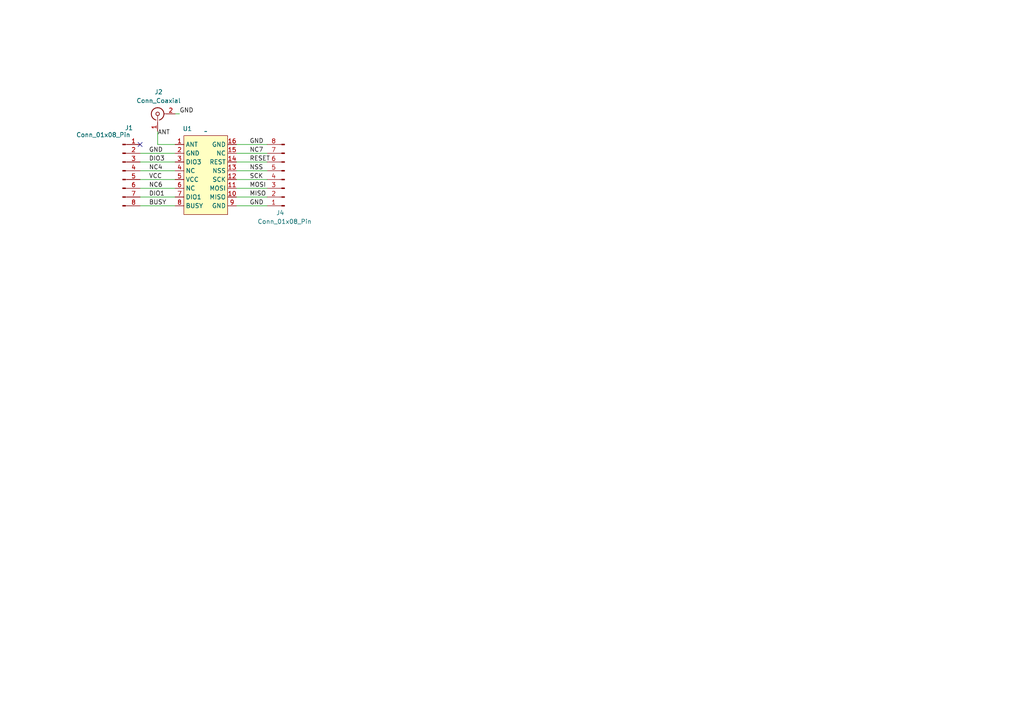
<source format=kicad_sch>
(kicad_sch (version 20231120) (generator "eeschema") (generator_version "8.0")
  (paper "A4")
  (lib_symbols
    (symbol "Connector:Conn_01x08_Pin" (pin_names (offset 1.016) hide)
      (property "Reference" "J" (at 0 10.16 0))
      (property "Value" "Conn_01x08_Pin" (at 0 -12.7 0))
      (symbol "Conn_01x08_Pin_1_1"
        (polyline (pts (xy 1.27 -10.16) (xy 0.8636 -10.16)) (stroke (width 0.1524)))
        (polyline (pts (xy 1.27 -7.62) (xy 0.8636 -7.62)) (stroke (width 0.1524)))
        (polyline (pts (xy 1.27 -5.08) (xy 0.8636 -5.08)) (stroke (width 0.1524)))
        (polyline (pts (xy 1.27 -2.54) (xy 0.8636 -2.54)) (stroke (width 0.1524)))
        (polyline (pts (xy 1.27 0) (xy 0.8636 0)) (stroke (width 0.1524)))
        (polyline (pts (xy 1.27 2.54) (xy 0.8636 2.54)) (stroke (width 0.1524)))
        (polyline (pts (xy 1.27 5.08) (xy 0.8636 5.08)) (stroke (width 0.1524)))
        (polyline (pts (xy 1.27 7.62) (xy 0.8636 7.62)) (stroke (width 0.1524)))
        (rectangle (start 0.8636 -10.033) (end 0 -10.287) (stroke (width 0.1524)) (fill (type outline)))
        (rectangle (start 0.8636 -7.493) (end 0 -7.747) (stroke (width 0.1524)) (fill (type outline)))
        (rectangle (start 0.8636 -4.953) (end 0 -5.207) (stroke (width 0.1524)) (fill (type outline)))
        (rectangle (start 0.8636 -2.413) (end 0 -2.667) (stroke (width 0.1524)) (fill (type outline)))
        (rectangle (start 0.8636 0.127) (end 0 -0.127) (stroke (width 0.1524)) (fill (type outline)))
        (rectangle (start 0.8636 2.667) (end 0 2.413) (stroke (width 0.1524)) (fill (type outline)))
        (rectangle (start 0.8636 5.207) (end 0 4.953) (stroke (width 0.1524)) (fill (type outline)))
        (rectangle (start 0.8636 7.747) (end 0 7.493) (stroke (width 0.1524)) (fill (type outline)))
        (pin passive line (at 5.08 7.62 180) (length 3.81) (name "Pin_1") (number "1"))
        (pin passive line (at 5.08 5.08 180) (length 3.81) (name "Pin_2") (number "2"))
        (pin passive line (at 5.08 2.54 180) (length 3.81) (name "Pin_3") (number "3"))
        (pin passive line (at 5.08 0 180) (length 3.81) (name "Pin_4") (number "4"))
        (pin passive line (at 5.08 -2.54 180) (length 3.81) (name "Pin_5") (number "5"))
        (pin passive line (at 5.08 -5.08 180) (length 3.81) (name "Pin_6") (number "6"))
        (pin passive line (at 5.08 -7.62 180) (length 3.81) (name "Pin_7") (number "7"))
        (pin passive line (at 5.08 -10.16 180) (length 3.81) (name "Pin_8") (number "8"))
      )
    )
    (symbol "Connector:Conn_Coaxial" (pin_names (offset 1.016) hide)
      (property "Reference" "J" (at 0.254 3.048 0))
      (property "Value" "Conn_Coaxial" (at 2.921 0 90))
      (symbol "Conn_Coaxial_0_1"
        (arc (start -1.778 -0.508) (mid 0.2311 -1.8066) (end 1.778 0) (stroke (width 0.254)))
        (polyline (pts (xy -2.54 0) (xy -0.508 0)))
        (polyline (pts (xy 0 -2.54) (xy 0 -1.778)))
        (circle (center 0 0) (radius 0.508) (stroke (width 0.2032)))
        (arc (start 1.778 0) (mid 0.2099 1.8101) (end -1.778 0.508) (stroke (width 0.254)))
      )
      (symbol "Conn_Coaxial_1_1"
        (pin passive line (at -5.08 0 0) (length 2.54) (name "In") (number "1"))
        (pin passive line (at 0 -5.08 90) (length 2.54) (name "Ext") (number "2"))
      )
    )
    (symbol "RF_Module:xl1262-module"
      (property "Reference" "U?" (at -5.08 11.43 0))
      (symbol "xl1262-module_1_1"
        (rectangle (start -6.35 10.16) (end 6.35 -12.7) (fill (type background)))
        (pin output line (at -8.89 7.62 0) (length 2.54) (name "ANT") (number "1"))
        (pin bidirectional line (at 8.89 -7.62 180) (length 2.54) (name "MISO") (number "10"))
        (pin bidirectional line (at 8.89 -5.08 180) (length 2.54) (name "MOSI") (number "11"))
        (pin bidirectional line (at 8.89 -2.54 180) (length 2.54) (name "SCK") (number "12"))
        (pin bidirectional line (at 8.89 0 180) (length 2.54) (name "NSS") (number "13"))
        (pin bidirectional line (at 8.89 2.54 180) (length 2.54) (name "REST") (number "14"))
        (pin bidirectional line (at 8.89 5.08 180) (length 2.54) (name "NC") (number "15"))
        (pin bidirectional line (at 8.89 7.62 180) (length 2.54) (name "GND") (number "16"))
        (pin bidirectional line (at -8.89 5.08 0) (length 2.54) (name "GND") (number "2"))
        (pin bidirectional line (at -8.89 2.54 0) (length 2.54) (name "DIO3") (number "3"))
        (pin bidirectional line (at -8.89 0 0) (length 2.54) (name "NC") (number "4"))
        (pin bidirectional line (at -8.89 -2.54 0) (length 2.54) (name "VCC") (number "5"))
        (pin bidirectional line (at -8.89 -5.08 0) (length 2.54) (name "NC") (number "6"))
        (pin bidirectional line (at -8.89 -7.62 0) (length 2.54) (name "DIO1") (number "7"))
        (pin bidirectional line (at -8.89 -10.16 0) (length 2.54) (name "BUSY") (number "8"))
        (pin bidirectional line (at 8.89 -10.16 180) (length 2.54) (name "GND") (number "9"))
      )
    )
  )
  (no_connect (at 40.64 41.91))
  (wire (pts (xy 40.64 59.69) (xy 50.8 59.69)))
  (wire (pts (xy 68.58 52.07) (xy 77.47 52.07)))
  (wire (pts (xy 40.64 46.99) (xy 50.8 46.99)))
  (wire (pts (xy 68.58 44.45) (xy 77.47 44.45)))
  (wire (pts (xy 40.64 44.45) (xy 50.8 44.45)))
  (wire (pts (xy 40.64 57.15) (xy 50.8 57.15)))
  (wire (pts (xy 68.58 49.53) (xy 77.47 49.53)))
  (wire (pts (xy 40.64 54.61) (xy 50.8 54.61)))
  (wire (pts (xy 68.58 57.15) (xy 77.47 57.15)))
  (wire (pts (xy 68.58 46.99) (xy 77.47 46.99)))
  (wire (pts (xy 52.07 33.02) (xy 50.8 33.02)))
  (wire (pts (xy 68.58 59.69) (xy 77.47 59.69)))
  (wire (pts (xy 68.58 41.91) (xy 77.47 41.91)))
  (wire (pts (xy 45.72 41.91) (xy 50.8 41.91)))
  (wire (pts (xy 40.64 52.07) (xy 50.8 52.07)))
  (wire (pts (xy 45.72 38.1) (xy 45.72 41.91)))
  (wire (pts (xy 40.64 49.53) (xy 50.8 49.53)))
  (wire (pts (xy 68.58 54.61) (xy 77.47 54.61)))
  (label "GND" (at 43.18 44.45 0))
  (label "ANT" (at 45.72 39.37 0))
  (label "MOSI" (at 72.39 54.61 0))
  (label "GND" (at 72.39 59.69 0))
  (label "NSS" (at 72.39 49.53 0))
  (label "NC7" (at 72.39 44.45 0))
  (label "GND" (at 72.39 41.91 0))
  (label "DIO1" (at 43.18 57.15 0))
  (label "NC6" (at 43.18 54.61 0))
  (label "NC4" (at 43.18 49.53 0))
  (label "VCC" (at 43.18 52.07 0))
  (label "BUSY" (at 43.18 59.69 0))
  (label "MISO" (at 72.39 57.15 0))
  (label "GND" (at 52.07 33.02 0))
  (label "DIO3" (at 43.18 46.99 0))
  (label "SCK" (at 72.39 52.07 0))
  (label "RESET" (at 72.39 46.99 0))
  (symbol (lib_id "Connector:Conn_Coaxial") (at 45.72 33.02 90) (unit 1)
    (property "Reference" "J2" (at 46.0132 26.67 90))
    (property "Value" "Conn_Coaxial" (at 46.0132 29.21 90))
    (property "Footprint" "Connector_Coaxial:U.FL_Molex_MCRF_73412-0110_Vertical" (effects (hide yes)))
    (property "Datasheet" " ~" (effects (hide yes)))
    (property "Description" "coaxial connector (BNC, SMA, SMB, SMC, Cinch/RCA, LEMO, ...)" (effects (hide yes)))
  )
  (symbol (lib_id "Connector:Conn_01x08_Pin") (at 82.55 52.07 180) (unit 1)
    (property "Reference" "J4" (at 81.28 61.722 0))
    (property "Value" "Conn_01x08_Pin" (at 82.55 64.262 0))
    (property "Footprint" "Connector_PinHeader_2.54mm:PinHeader_1x08_P2.54mm_Vertical" (effects (hide yes)))
    (property "Description" "Generic connector, single row, 01x08, script generated" (effects (hide yes)))
  )
  (symbol (lib_id "Connector:Conn_01x08_Pin") (at 35.56 49.53 0) (unit 1)
    (property "Reference" "J1" (at 38.608 37.084 0) (effects (justify right)))
    (property "Value" "Conn_01x08_Pin" (at 37.846 39.116 0) (effects (justify right)))
    (property "Footprint" "Connector_PinHeader_2.54mm:PinHeader_1x08_P2.54mm_Vertical" (effects (hide yes)))
    (property "Description" "Generic connector, single row, 01x08, script generated" (effects (hide yes)))
  )
  (symbol (lib_id "RF_Module:xl1262-module") (at 59.69 49.53 0) (unit 1)
    (property "Reference" "U1" (at 54.356 37.338 0))
    (property "Value" "~" (at 59.69 38.1 0))
    (property "Footprint" "RF_Module:HOPERF_RFM9XW_SMD" (effects (hide yes)))
  )
)
</source>
